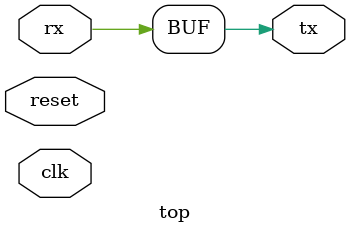
<source format=sv>
module top(
    input logic clk,
    input logic reset,
    input logic rx,
    output logic tx
);

    assign tx = rx;
endmodule

</source>
